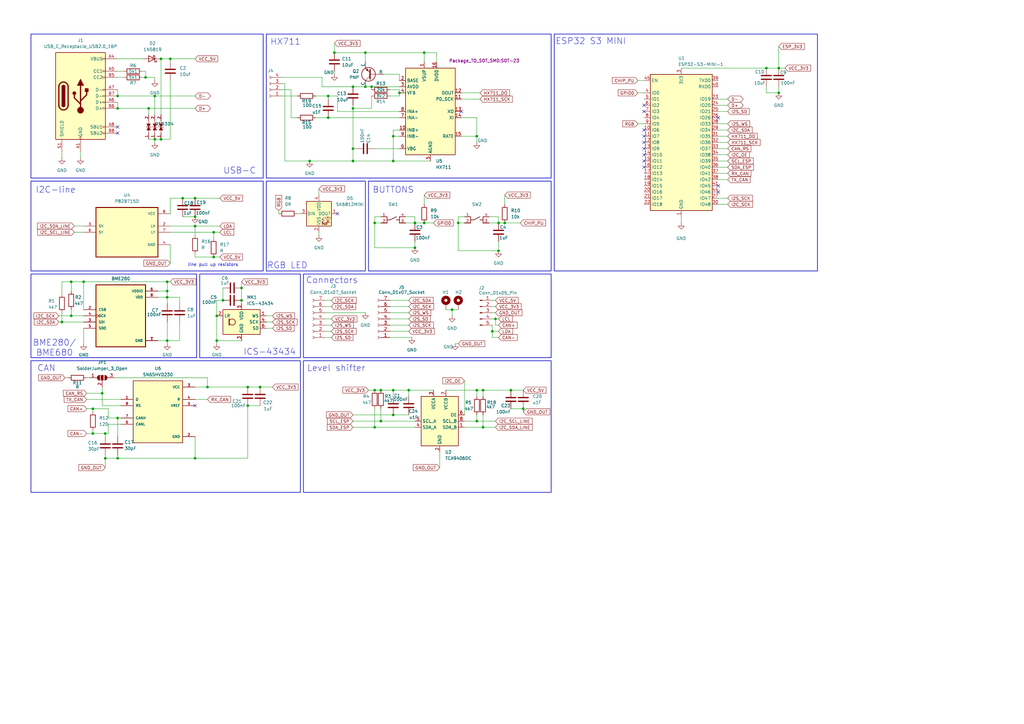
<source format=kicad_sch>
(kicad_sch (version 20231120) (generator "eeschema") (generator_version "8.0")
  (paper "A3")
  (title_block (title "Příloha č.1 Schéma BEE modulu a sondy") (date "2025-28-02") (rev "Lukáš Vágner"))
  (junction (at 170.18 91.44))
  (junction (at 198.12 175.26))
  (junction (at 48.26 187.96))
  (junction (at 163.83 38.1))
  (junction (at 99.06 118.11))
  (junction (at 173.99 21.59))
  (junction (at 60.96 44.45))
  (junction (at 144.78 35.56))
  (junction (at 144.78 60.96))
  (junction (at 68.58 121.92))
  (junction (at 149.86 21.59))
  (junction (at 214.63 167.64))
  (junction (at 185.42 127))
  (junction (at 195.58 55.88))
  (junction (at 34.29 115.57))
  (junction (at 25.4 132.08))
  (junction (at 187.96 91.44))
  (junction (at 134.62 48.26))
  (junction (at 88.9 139.7))
  (junction (at 69.85 24.13))
  (junction (at 156.21 160.02))
  (junction (at 314.325 27.94))
  (junction (at 66.04 57.15))
  (junction (at 99.06 123.19))
  (junction (at 66.04 24.13))
  (junction (at 48.26 39.37))
  (junction (at 87.63 105.41))
  (junction (at 201.93 135.89))
  (junction (at 161.29 66.04))
  (junction (at 43.18 187.96))
  (junction (at 68.58 139.7))
  (junction (at 161.29 160.02))
  (junction (at 85.09 158.75))
  (junction (at 195.58 160.02))
  (junction (at 74.93 81.28))
  (junction (at 127 66.04))
  (junction (at 63.5 57.15))
  (junction (at 161.29 170.18))
  (junction (at 29.21 129.54))
  (junction (at 38.1 167.64))
  (junction (at 203.2 130.81))
  (junction (at 173.99 91.44))
  (junction (at 144.78 44.45))
  (junction (at 153.67 175.26))
  (junction (at 80.01 187.96))
  (junction (at 195.58 172.72))
  (junction (at 209.55 160.02))
  (junction (at 319.405 38.1))
  (junction (at 80.01 92.71))
  (junction (at 152.4 35.56))
  (junction (at 91.44 123.19))
  (junction (at 41.91 161.29))
  (junction (at 80.01 88.9))
  (junction (at 63.5 39.37))
  (junction (at 319.405 27.94))
  (junction (at 59.69 31.75))
  (junction (at 101.6 166.37))
  (junction (at 106.68 158.75))
  (junction (at 48.26 44.45))
  (junction (at 204.47 91.44))
  (junction (at 80.01 81.28))
  (junction (at 207.01 91.44))
  (junction (at 149.86 35.56))
  (junction (at 137.16 21.59))
  (junction (at 156.21 172.72))
  (junction (at 153.67 91.44))
  (junction (at 198.12 160.02))
  (junction (at 48.26 171.45))
  (junction (at 68.58 119.38))
  (junction (at 43.18 177.8))
  (junction (at 101.6 158.75))
  (junction (at 88.9 129.54))
  (junction (at 204.47 102.87))
  (junction (at 144.78 66.04))
  (junction (at 38.1 177.8))
  (junction (at 87.63 95.25))
  (junction (at 29.21 115.57))
  (junction (at 161.29 55.88))
  (junction (at 167.64 160.02))
  (junction (at 134.62 39.37))
  (junction (at 153.67 160.02))
  (junction (at 68.58 115.57))
  (junction (at 170.18 101.6))
  (no_connect (at 189.23 45.72))
  (no_connect (at 264.16 53.34))
  (no_connect (at 48.26 52.07))
  (no_connect (at 138.43 87.63))
  (no_connect (at 294.64 76.2))
  (no_connect (at 264.16 66.04))
  (no_connect (at 264.16 45.72))
  (no_connect (at 294.64 78.74))
  (no_connect (at 264.16 68.58))
  (no_connect (at 294.64 48.26))
  (no_connect (at 80.01 166.37))
  (no_connect (at 264.16 63.5))
  (no_connect (at 264.16 55.88))
  (no_connect (at 264.16 43.18))
  (no_connect (at 48.26 54.61))
  (no_connect (at 264.16 60.96))
  (no_connect (at 264.16 58.42))
  (wire (pts (xy 43.18 187.96) (xy 43.18 191.77)))
  (wire (pts (xy 132.08 31.75) (xy 115.57 31.75)))
  (wire (pts (xy 69.85 33.02) (xy 69.85 57.15)))
  (wire (pts (xy 204.47 133.35) (xy 203.2 133.35)))
  (wire (pts (xy 195.58 170.18) (xy 195.58 172.72)))
  (wire (pts (xy 189.23 48.26) (xy 195.58 48.26)))
  (wire (pts (xy 200.66 88.9) (xy 204.47 88.9)))
  (wire (pts (xy 80.01 104.14) (xy 80.01 105.41)))
  (wire (pts (xy 157.48 30.48) (xy 163.83 30.48)))
  (wire (pts (xy 69.85 57.15) (xy 66.04 57.15)))
  (wire (pts (xy 25.4 64.77) (xy 25.4 62.23)))
  (wire (pts (xy 149.86 25.4) (xy 149.86 21.59)))
  (wire (pts (xy 161.29 55.88) (xy 161.29 53.34)))
  (wire (pts (xy 161.29 53.34) (xy 163.83 53.34)))
  (wire (pts (xy 133.35 135.89) (xy 135.89 135.89)))
  (wire (pts (xy 161.29 66.04) (xy 161.29 55.88)))
  (wire (pts (xy 294.64 43.18) (xy 298.45 43.18)))
  (wire (pts (xy 144.78 60.96) (xy 146.05 60.96)))
  (wire (pts (xy 116.84 34.29) (xy 116.84 66.04)))
  (wire (pts (xy 91.44 123.19) (xy 88.9 123.19)))
  (wire (pts (xy 38.1 167.64) (xy 44.45 167.64)))
  (wire (pts (xy 134.62 39.37) (xy 134.62 40.64)))
  (wire (pts (xy 68.58 124.46) (xy 68.58 121.92)))
  (wire (pts (xy 109.22 134.62) (xy 111.76 134.62)))
  (wire (pts (xy 160.02 128.27) (xy 167.64 128.27)))
  (wire (pts (xy 60.96 44.45) (xy 60.96 46.99)))
  (wire (pts (xy 30.48 92.71) (xy 34.29 92.71)))
  (wire (pts (xy 179.07 25.4) (xy 179.07 21.59)))
  (wire (pts (xy 101.6 158.75) (xy 106.68 158.75)))
  (wire (pts (xy 189.23 38.1) (xy 196.85 38.1)))
  (wire (pts (xy 68.58 139.7) (xy 73.66 139.7)))
  (wire (pts (xy 59.69 29.21) (xy 59.69 31.75)))
  (wire (pts (xy 64.77 119.38) (xy 68.58 119.38)))
  (wire (pts (xy 129.54 39.37) (xy 134.62 39.37)))
  (wire (pts (xy 101.6 166.37) (xy 106.68 166.37)))
  (wire (pts (xy 87.63 105.41) (xy 90.17 105.41)))
  (wire (pts (xy 144.78 172.72) (xy 156.21 172.72)))
  (wire (pts (xy 41.91 158.75) (xy 41.91 161.29)))
  (wire (pts (xy 119.38 36.83) (xy 119.38 48.26)))
  (wire (pts (xy 80.01 163.83) (xy 85.09 163.83)))
  (wire (pts (xy 64.77 139.7) (xy 68.58 139.7)))
  (wire (pts (xy 201.93 133.35) (xy 201.93 135.89)))
  (wire (pts (xy 195.58 48.26) (xy 195.58 55.88)))
  (wire (pts (xy 34.29 134.62) (xy 34.29 140.97)))
  (wire (pts (xy 201.93 135.89) (xy 204.47 135.89)))
  (wire (pts (xy 261.62 50.8) (xy 264.16 50.8)))
  (wire (pts (xy 149.86 35.56) (xy 152.4 35.56)))
  (wire (pts (xy 109.22 129.54) (xy 111.76 129.54)))
  (wire (pts (xy 173.99 21.59) (xy 173.99 25.4)))
  (wire (pts (xy 58.42 29.21) (xy 59.69 29.21)))
  (wire (pts (xy 151.13 160.02) (xy 153.67 160.02)))
  (wire (pts (xy 132.08 35.56) (xy 132.08 31.75)))
  (wire (pts (xy 201.93 130.81) (xy 203.2 130.81)))
  (wire (pts (xy 64.77 121.92) (xy 68.58 121.92)))
  (wire (pts (xy 187.96 88.9) (xy 187.96 91.44)))
  (wire (pts (xy 41.91 166.37) (xy 49.53 166.37)))
  (wire (pts (xy 170.18 91.44) (xy 173.99 91.44)))
  (wire (pts (xy 44.45 173.99) (xy 49.53 173.99)))
  (wire (pts (xy 261.62 38.1) (xy 264.16 38.1)))
  (wire (pts (xy 294.64 66.04) (xy 298.45 66.04)))
  (wire (pts (xy 34.29 127) (xy 34.29 115.57)))
  (wire (pts (xy 153.67 160.02) (xy 156.21 160.02)))
  (wire (pts (xy 69.85 24.13) (xy 80.01 24.13)))
  (wire (pts (xy 48.26 44.45) (xy 60.96 44.45)))
  (wire (pts (xy 198.12 170.18) (xy 198.12 175.26)))
  (wire (pts (xy 133.35 128.27) (xy 149.86 128.27)))
  (wire (pts (xy 101.6 187.96) (xy 101.6 166.37)))
  (wire (pts (xy 34.29 115.57) (xy 68.58 115.57)))
  (wire (pts (xy 80.01 92.71) (xy 80.01 96.52)))
  (wire (pts (xy 294.64 60.96) (xy 298.45 60.96)))
  (wire (pts (xy 163.83 30.48) (xy 163.83 33.02)))
  (wire (pts (xy 127 66.04) (xy 144.78 66.04)))
  (wire (pts (xy 182.88 160.02) (xy 195.58 160.02)))
  (wire (pts (xy 195.58 160.02) (xy 198.12 160.02)))
  (wire (pts (xy 294.64 81.28) (xy 298.45 81.28)))
  (wire (pts (xy 144.78 43.18) (xy 144.78 44.45)))
  (wire (pts (xy 161.29 160.02) (xy 161.29 162.56)))
  (wire (pts (xy 173.99 91.44) (xy 177.8 91.44)))
  (wire (pts (xy 138.43 39.37) (xy 138.43 45.72)))
  (wire (pts (xy 130.81 77.47) (xy 130.81 80.01)))
  (wire (pts (xy 74.93 88.9) (xy 80.01 88.9)))
  (wire (pts (xy 48.26 171.45) (xy 49.53 171.45)))
  (wire (pts (xy 85.09 158.75) (xy 101.6 158.75)))
  (wire (pts (xy 319.405 19.05) (xy 319.405 27.94)))
  (wire (pts (xy 69.85 25.4) (xy 69.85 24.13)))
  (wire (pts (xy 163.83 38.1) (xy 163.83 39.37)))
  (wire (pts (xy 33.02 64.77) (xy 33.02 62.23)))
  (wire (pts (xy 58.42 31.75) (xy 59.69 31.75)))
  (wire (pts (xy 80.01 187.96) (xy 101.6 187.96)))
  (wire (pts (xy 185.42 127) (xy 187.96 127)))
  (wire (pts (xy 187.96 91.44) (xy 190.5 91.44)))
  (wire (pts (xy 319.405 38.1) (xy 319.405 35.56)))
  (wire (pts (xy 48.26 29.21) (xy 50.8 29.21)))
  (wire (pts (xy 68.58 115.57) (xy 68.58 119.38)))
  (wire (pts (xy 144.78 60.96) (xy 144.78 66.04)))
  (wire (pts (xy 152.4 39.37) (xy 152.4 44.45)))
  (wire (pts (xy 91.44 118.11) (xy 91.44 123.19)))
  (wire (pts (xy 190.5 175.26) (xy 198.12 175.26)))
  (wire (pts (xy 43.18 187.96) (xy 48.26 187.96)))
  (wire (pts (xy 80.01 92.71) (xy 90.17 92.71)))
  (wire (pts (xy 80.01 179.07) (xy 80.01 187.96)))
  (wire (pts (xy 160.02 123.19) (xy 167.64 123.19)))
  (wire (pts (xy 167.64 160.02) (xy 177.8 160.02)))
  (wire (pts (xy 156.21 167.64) (xy 156.21 172.72)))
  (wire (pts (xy 99.06 123.19) (xy 99.06 124.46)))
  (wire (pts (xy 63.5 57.15) (xy 63.5 58.42)))
  (wire (pts (xy 195.58 172.72) (xy 203.2 172.72)))
  (wire (pts (xy 119.38 48.26) (xy 121.92 48.26)))
  (wire (pts (xy 68.58 132.08) (xy 68.58 139.7)))
  (wire (pts (xy 49.53 163.83) (xy 35.56 163.83)))
  (wire (pts (xy 160.02 135.89) (xy 167.64 135.89)))
  (wire (pts (xy 167.64 160.02) (xy 167.64 162.56)))
  (wire (pts (xy 294.64 45.72) (xy 298.45 45.72)))
  (wire (pts (xy 152.4 44.45) (xy 144.78 44.45)))
  (wire (pts (xy 166.37 91.44) (xy 170.18 91.44)))
  (wire (pts (xy 88.9 129.54) (xy 88.9 139.7)))
  (wire (pts (xy 153.67 167.64) (xy 153.67 175.26)))
  (wire (pts (xy 109.22 132.08) (xy 111.76 132.08)))
  (wire (pts (xy 160.02 125.73) (xy 167.64 125.73)))
  (wire (pts (xy 133.35 133.35) (xy 135.89 133.35)))
  (wire (pts (xy 294.64 40.64) (xy 298.45 40.64)))
  (wire (pts (xy 201.93 135.89) (xy 201.93 138.43)))
  (wire (pts (xy 294.64 73.66) (xy 298.45 73.66)))
  (wire (pts (xy 29.21 119.38) (xy 29.21 115.57)))
  (wire (pts (xy 63.5 39.37) (xy 80.01 39.37)))
  (wire (pts (xy 44.45 177.8) (xy 44.45 173.99)))
  (wire (pts (xy 261.62 33.02) (xy 264.16 33.02)))
  (wire (pts (xy 144.78 66.04) (xy 161.29 66.04)))
  (wire (pts (xy 144.78 35.56) (xy 132.08 35.56)))
  (wire (pts (xy 319.405 27.94) (xy 321.945 27.94)))
  (wire (pts (xy 161.29 170.18) (xy 144.78 170.18)))
  (wire (pts (xy 182.88 127) (xy 185.42 127)))
  (wire (pts (xy 207.01 80.01) (xy 207.01 83.82)))
  (wire (pts (xy 134.62 39.37) (xy 138.43 39.37)))
  (wire (pts (xy 187.96 140.97) (xy 186.69 140.97)))
  (wire (pts (xy 294.64 71.12) (xy 298.45 71.12)))
  (wire (pts (xy 63.5 31.75) (xy 59.69 31.75)))
  (wire (pts (xy 198.12 175.26) (xy 203.2 175.26)))
  (wire (pts (xy 41.91 161.29) (xy 41.91 166.37)))
  (wire (pts (xy 153.67 101.6) (xy 170.18 101.6)))
  (wire (pts (xy 69.85 100.33) (xy 69.85 107.95)))
  (wire (pts (xy 43.18 177.8) (xy 43.18 179.07)))
  (wire (pts (xy 99.06 118.11) (xy 99.06 123.19)))
  (wire (pts (xy 121.92 87.63) (xy 123.19 87.63)))
  (wire (pts (xy 24.13 129.54) (xy 29.21 129.54)))
  (wire (pts (xy 48.26 171.45) (xy 48.26 179.07)))
  (wire (pts (xy 214.63 167.64) (xy 214.63 168.91)))
  (wire (pts (xy 137.16 17.78) (xy 137.16 21.59)))
  (wire (pts (xy 163.83 36.83) (xy 163.83 38.1)))
  (wire (pts (xy 279.4 88.9) (xy 279.4 91.44)))
  (wire (pts (xy 35.56 167.64) (xy 38.1 167.64)))
  (wire (pts (xy 149.86 21.59) (xy 173.99 21.59)))
  (wire (pts (xy 170.18 99.06) (xy 170.18 101.6)))
  (wire (pts (xy 152.4 35.56) (xy 163.83 35.56)))
  (wire (pts (xy 133.35 125.73) (xy 135.89 125.73)))
  (wire (pts (xy 44.45 167.64) (xy 44.45 171.45)))
  (wire (pts (xy 294.64 53.34) (xy 298.45 53.34)))
  (wire (pts (xy 88.9 139.7) (xy 99.06 139.7)))
  (wire (pts (xy 156.21 88.9) (xy 153.67 88.9)))
  (wire (pts (xy 314.325 38.1) (xy 319.405 38.1)))
  (wire (pts (xy 133.35 130.81) (xy 135.89 130.81)))
  (wire (pts (xy 66.04 24.13) (xy 69.85 24.13)))
  (wire (pts (xy 195.58 55.88) (xy 195.58 58.42)))
  (wire (pts (xy 153.67 88.9) (xy 153.67 91.44)))
  (wire (pts (xy 294.64 68.58) (xy 298.45 68.58)))
  (wire (pts (xy 153.67 91.44) (xy 156.21 91.44)))
  (wire (pts (xy 115.57 39.37) (xy 121.92 39.37)))
  (wire (pts (xy 74.93 81.28) (xy 80.01 81.28)))
  (wire (pts (xy 294.64 58.42) (xy 298.45 58.42)))
  (wire (pts (xy 187.96 102.87) (xy 204.47 102.87)))
  (wire (pts (xy 204.47 88.9) (xy 204.47 91.44)))
  (wire (pts (xy 63.5 57.15) (xy 66.04 57.15)))
  (wire (pts (xy 137.16 21.59) (xy 149.86 21.59)))
  (wire (pts (xy 160.02 130.81) (xy 167.64 130.81)))
  (wire (pts (xy 209.55 160.02) (xy 214.63 160.02)))
  (wire (pts (xy 198.12 160.02) (xy 209.55 160.02)))
  (wire (pts (xy 116.84 66.04) (xy 127 66.04)))
  (wire (pts (xy 26.67 154.94) (xy 27.94 154.94)))
  (wire (pts (xy 73.66 139.7) (xy 73.66 132.08)))
  (wire (pts (xy 161.29 55.88) (xy 163.83 55.88)))
  (wire (pts (xy 68.58 119.38) (xy 68.58 121.92)))
  (wire (pts (xy 160.02 138.43) (xy 168.91 138.43)))
  (wire (pts (xy 203.2 130.81) (xy 203.2 133.35)))
  (wire (pts (xy 187.96 91.44) (xy 187.96 102.87)))
  (wire (pts (xy 60.96 57.15) (xy 63.5 57.15)))
  (wire (pts (xy 204.47 91.44) (xy 207.01 91.44)))
  (wire (pts (xy 138.43 45.72) (xy 163.83 45.72)))
  (wire (pts (xy 80.01 81.28) (xy 90.17 81.28)))
  (wire (pts (xy 195.58 55.88) (xy 189.23 55.88)))
  (wire (pts (xy 190.5 88.9) (xy 187.96 88.9)))
  (wire (pts (xy 48.26 39.37) (xy 63.5 39.37)))
  (wire (pts (xy 73.66 121.92) (xy 73.66 124.46)))
  (wire (pts (xy 69.85 95.25) (xy 87.63 95.25)))
  (wire (pts (xy 69.85 92.71) (xy 80.01 92.71)))
  (wire (pts (xy 25.4 128.27) (xy 25.4 132.08)))
  (wire (pts (xy 144.78 175.26) (xy 153.67 175.26)))
  (wire (pts (xy 209.55 167.64) (xy 214.63 167.64)))
  (wire (pts (xy 63.5 31.75) (xy 63.5 33.02)))
  (wire (pts (xy 25.4 132.08) (xy 34.29 132.08)))
  (wire (pts (xy 38.1 176.53) (xy 38.1 177.8)))
  (wire (pts (xy 166.37 88.9) (xy 170.18 88.9)))
  (wire (pts (xy 173.99 80.01) (xy 173.99 83.82)))
  (wire (pts (xy 43.18 186.69) (xy 43.18 187.96)))
  (wire (pts (xy 48.26 31.75) (xy 50.8 31.75)))
  (wire (pts (xy 133.35 123.19) (xy 135.89 123.19)))
  (wire (pts (xy 137.16 29.21) (xy 137.16 30.48)))
  (wire (pts (xy 24.13 132.08) (xy 25.4 132.08)))
  (wire (pts (xy 161.29 66.04) (xy 176.53 66.04)))
  (wire (pts (xy 156.21 160.02) (xy 161.29 160.02)))
  (wire (pts (xy 85.09 154.94) (xy 46.99 154.94)))
  (wire (pts (xy 68.58 115.57) (xy 69.85 115.57)))
  (wire (pts (xy 153.67 91.44) (xy 153.67 101.6)))
  (wire (pts (xy 185.42 129.54) (xy 185.42 127)))
  (wire (pts (xy 201.93 128.27) (xy 203.2 128.27)))
  (wire (pts (xy 207.01 91.44) (xy 213.36 91.44)))
  (wire (pts (xy 60.96 44.45) (xy 80.01 44.45)))
  (wire (pts (xy 204.47 138.43) (xy 201.93 138.43)))
  (wire (pts (xy 48.26 41.91) (xy 48.26 44.45)))
  (wire (pts (xy 190.5 156.21) (xy 190.5 170.18)))
  (wire (pts (xy 189.23 40.64) (xy 196.85 40.64)))
  (wire (pts (xy 69.85 81.28) (xy 74.93 81.28)))
  (wire (pts (xy 114.3 86.36) (xy 114.3 87.63)))
  (wire (pts (xy 87.63 95.25) (xy 87.63 97.79)))
  (wire (pts (xy 68.58 139.7) (xy 68.58 140.97)))
  (wire (pts (xy 294.64 63.5) (xy 298.45 63.5)))
  (wire (pts (xy 161.29 160.02) (xy 167.64 160.02)))
  (wire (pts (xy 35.56 161.29) (xy 41.91 161.29)))
  (wire (pts (xy 87.63 95.25) (xy 90.17 95.25)))
  (wire (pts (xy 314.325 35.56) (xy 314.325 38.1)))
  (wire (pts (xy 163.83 39.37) (xy 160.02 39.37)))
  (wire (pts (xy 294.64 50.8) (xy 298.45 50.8)))
  (wire (pts (xy 88.9 123.19) (xy 88.9 129.54)))
  (wire (pts (xy 48.26 186.69) (xy 48.26 187.96)))
  (wire (pts (xy 294.64 83.82) (xy 298.45 83.82)))
  (wire (pts (xy 204.47 99.06) (xy 204.47 102.87)))
  (wire (pts (xy 80.01 105.41) (xy 87.63 105.41)))
  (wire (pts (xy 314.325 27.94) (xy 319.405 27.94)))
  (wire (pts (xy 129.54 48.26) (xy 134.62 48.26)))
  (wire (pts (xy 115.57 36.83) (xy 119.38 36.83)))
  (wire (pts (xy 161.29 170.18) (xy 167.64 170.18)))
  (wire (pts (xy 130.81 95.25) (xy 130.81 96.52)))
  (wire (pts (xy 80.01 158.75) (xy 85.09 158.75)))
  (wire (pts (xy 44.45 171.45) (xy 48.26 171.45)))
  (wire (pts (xy 38.1 177.8) (xy 43.18 177.8)))
  (wire (pts (xy 29.21 127) (xy 29.21 129.54)))
  (wire (pts (xy 48.26 36.83) (xy 48.26 39.37)))
  (wire (pts (xy 294.64 55.88) (xy 298.45 55.88)))
  (wire (pts (xy 190.5 172.72) (xy 195.58 172.72)))
  (wire (pts (xy 134.62 48.26) (xy 163.83 48.26)))
  (wire (pts (xy 201.93 125.73) (xy 203.2 125.73)))
  (wire (pts (xy 153.67 60.96) (xy 163.83 60.96)))
  (wire (pts (xy 30.48 95.25) (xy 34.29 95.25)))
  (wire (pts (xy 66.04 24.13) (xy 66.04 46.99)))
  (wire (pts (xy 35.56 154.94) (xy 36.83 154.94)))
  (wire (pts (xy 29.21 115.57) (xy 34.29 115.57)))
  (wire (pts (xy 85.09 158.75) (xy 85.09 154.94)))
  (wire (pts (xy 99.06 115.57) (xy 99.06 118.11)))
  (wire (pts (xy 38.1 167.64) (xy 38.1 168.91)))
  (wire (pts (xy 68.58 121.92) (xy 73.66 121.92)))
  (wire (pts (xy 279.4 27.94) (xy 314.325 27.94)))
  (wire (pts (xy 25.4 115.57) (xy 29.21 115.57)))
  (wire (pts (xy 170.18 88.9) (xy 170.18 91.44)))
  (wire (pts (xy 144.78 35.56) (xy 149.86 35.56)))
  (wire (pts (xy 133.35 138.43) (xy 135.89 138.43)))
  (wire (pts (xy 29.21 129.54) (xy 34.29 129.54)))
  (wire (pts (xy 63.5 39.37) (xy 63.5 46.99)))
  (wire (pts (xy 173.99 21.59) (xy 179.07 21.59)))
  (wire (pts (xy 160.02 36.83) (xy 163.83 36.83)))
  (wire (pts (xy 69.85 81.28) (xy 69.85 87.63)))
  (wire (pts (xy 144.78 44.45) (xy 144.78 60.96)))
  (wire (pts (xy 203.2 130.81) (xy 204.47 130.81)))
  (wire (pts (xy 152.4 35.56) (xy 152.4 36.83)))
  (wire (pts (xy 180.34 185.42) (xy 180.34 191.77)))
  (wire (pts (xy 88.9 140.97) (xy 88.9 139.7)))
  (wire (pts (xy 116.84 34.29) (xy 115.57 34.29)))
  (wire (pts (xy 201.93 123.19) (xy 203.2 123.19)))
  (wire (pts (xy 198.12 160.02) (xy 198.12 162.56)))
  (wire (pts (xy 25.4 120.65) (xy 25.4 115.57)))
  (wire (pts (xy 195.58 160.02) (xy 195.58 162.56)))
  (wire (pts (xy 153.67 175.26) (xy 170.18 175.26)))
  (wire (pts (xy 48.26 187.96) (xy 80.01 187.96)))
  (wire (pts (xy 200.66 91.44) (xy 204.47 91.44)))
  (wire (pts (xy 43.18 177.8) (xy 44.45 177.8)))
  (wire (pts (xy 156.21 172.72) (xy 170.18 172.72)))
  (wire (pts (xy 48.26 24.13) (xy 58.42 24.13)))
  (wire (pts (xy 106.68 158.75) (xy 111.76 158.75)))
  (wire (pts (xy 160.02 133.35) (xy 167.64 133.35)))
  (wire (pts (xy 35.56 177.8) (xy 38.1 177.8)))
  (rectangle (start 81.915 112.395) (end 123.19 146.7143) (stroke (width 0.254)))
  (rectangle (start 12.7 13.97) (end 107.95 73.025) (stroke (width 0.254)))
  (rectangle (start 124.46 112.395) (end 226.06 146.685) (stroke (width 0.254)))
  (rectangle (start 12.7 112.395) (end 80.645 146.685) (stroke (width 0.254)))
  (rectangle (start 109.22 74.295) (end 149.86 111.125) (stroke (width 0.254)))
  (rectangle (start 12.7 74.295) (end 107.95 111.125) (stroke (width 0.254)))
  (rectangle (start 151.13 74.295) (end 226.06 111.125) (stroke (width 0.254)))
  (rectangle (start 227.33 13.97) (end 335.28 111.125) (stroke (width 0.254)))
  (rectangle (start 12.7 147.955) (end 123.19 201.93) (stroke (width 0.254)))
  (rectangle (start 109.22 13.97) (end 226.06 73.025) (stroke (width 0.254)))
  (rectangle (start 124.46 147.955) (end 226.06 201.93) (stroke (width 0.254)))
  (text "RGB LED\n" (at 117.856 108.966 0) (effects (font (size 2.54 2.54))))
  (text "Connectors\n" (at 136.144 115.062 0) (effects (font (size 2.54 2.54))))
  (text "BUTTONS\n" (at 161.29 77.978 0) (effects (font (size 2.54 2.54))))
  (text "I2C-line\n" (at 22.86 77.978 0) (effects (font (size 2.54 2.54))))
  (text "line pull up resistors\n" (at 87.376 108.712 0) (effects (font (size 1.27 1.27))))
  (text "HX711" (at 117.094 17.272 0) (effects (font (size 2.54 2.54))))
  (text "CAN\n" (at 19.05 151.13 0) (effects (font (size 2.54 2.54))))
  (text "ICS-43434\n" (at 110.6185 144.4283 0) (effects (font (size 2.54 2.54))))
  (text "Level shifter\n\n" (at 137.922 153.162 0) (effects (font (size 2.54 2.54))))
  (text "BME280/\nBME680\n" (at 22.352 142.748 0) (effects (font (size 2.54 2.54))))
  (text "ESP32 S3 MINI\n" (at 242.316 17.018 0) (effects (font (size 2.54 2.54))))
  (text "USB-C\n" (at 98.298 70.104 0) (effects (font (size 2.54 2.54))))
  (global_label "D-" (shape bidirectional) (at 80.01 39.37 0) (property "Intersheetrefs" "${INTERSHEET_REFS}" (effects (hide yes))))
  (global_label "CAN_RS" (shape input) (at 298.45 60.96 0) (property "Intersheetrefs" "${INTERSHEET_REFS}" (effects (hide yes))))
  (global_label "VCC_3V3" (shape input) (at 69.85 115.57 0) (property "Intersheetrefs" "${INTERSHEET_REFS}" (effects (hide yes))))
  (global_label "SCL_ESP" (shape input) (at 144.78 172.72 180) (property "Intersheetrefs" "${INTERSHEET_REFS}" (effects (hide yes))))
  (global_label "HX711_SCK" (shape input) (at 196.85 40.64 0) (property "Intersheetrefs" "${INTERSHEET_REFS}" (effects (hide yes))))
  (global_label "GND_OUT" (shape input) (at 187.96 140.97 0) (property "Intersheetrefs" "${INTERSHEET_REFS}" (effects (hide yes))))
  (global_label "I2S_SD" (shape input) (at 111.76 134.62 0) (property "Intersheetrefs" "${INTERSHEET_REFS}" (effects (hide yes))))
  (global_label "CAN-" (shape input) (at 35.56 177.8 180) (property "Intersheetrefs" "${INTERSHEET_REFS}" (effects (hide yes))))
  (global_label "I2C_SCK" (shape input) (at 298.45 83.82 0) (property "Intersheetrefs" "${INTERSHEET_REFS}" (effects (hide yes))))
  (global_label "CAN+" (shape input) (at 35.56 167.64 180) (property "Intersheetrefs" "${INTERSHEET_REFS}" (effects (hide yes))))
  (global_label "VCC_3V3" (shape input) (at 173.99 80.01 0) (property "Intersheetrefs" "${INTERSHEET_REFS}" (effects (hide yes))))
  (global_label "D+" (shape bidirectional) (at 80.01 44.45 0) (property "Intersheetrefs" "${INTERSHEET_REFS}" (effects (hide yes))))
  (global_label "I2S_WS" (shape input) (at 167.64 128.27 0) (property "Intersheetrefs" "${INTERSHEET_REFS}" (effects (hide yes))))
  (global_label "ESP_3V3" (shape input) (at 319.405 19.05 0) (property "Intersheetrefs" "${INTERSHEET_REFS}" (effects (hide yes))))
  (global_label "I2C_SCL_LINE" (shape input) (at 30.48 95.25 180) (property "Intersheetrefs" "${INTERSHEET_REFS}" (effects (hide yes))))
  (global_label "VCC_3V3" (shape input) (at 321.945 27.94 0) (property "Intersheetrefs" "${INTERSHEET_REFS}" (effects (hide yes))))
  (global_label "I2S_SCK" (shape input) (at 167.64 133.35 0) (property "Intersheetrefs" "${INTERSHEET_REFS}" (effects (hide yes))))
  (global_label "VCC_3V3" (shape input) (at 167.64 135.89 0) (property "Intersheetrefs" "${INTERSHEET_REFS}" (effects (hide yes))))
  (global_label "GND_OUT" (shape input) (at 43.18 191.77 180) (property "Intersheetrefs" "${INTERSHEET_REFS}" (effects (hide yes))))
  (global_label "VCC_3V3" (shape input) (at 111.76 158.75 0) (property "Intersheetrefs" "${INTERSHEET_REFS}" (effects (hide yes))))
  (global_label "VCC_3V3" (shape input) (at 203.2 125.73 0) (property "Intersheetrefs" "${INTERSHEET_REFS}" (effects (hide yes))))
  (global_label "I2C_SCK" (shape input) (at 24.13 129.54 180) (property "Intersheetrefs" "${INTERSHEET_REFS}" (effects (hide yes))))
  (global_label "VCC_3V3" (shape input) (at 137.16 17.78 0) (property "Intersheetrefs" "${INTERSHEET_REFS}" (effects (hide yes))))
  (global_label "I2S_WS" (shape input) (at 111.76 129.54 0) (property "Intersheetrefs" "${INTERSHEET_REFS}" (effects (hide yes))))
  (global_label "I2S_SD" (shape input) (at 298.45 45.72 0) (property "Intersheetrefs" "${INTERSHEET_REFS}" (effects (hide yes))))
  (global_label "HX711_DO" (shape input) (at 196.85 38.1 0) (property "Intersheetrefs" "${INTERSHEET_REFS}" (effects (hide yes))))
  (global_label "GND_OUT" (shape input) (at 144.78 170.18 180) (property "Intersheetrefs" "${INTERSHEET_REFS}" (effects (hide yes))))
  (global_label "HX711_DO" (shape input) (at 298.45 55.88 0) (property "Intersheetrefs" "${INTERSHEET_REFS}" (effects (hide yes))))
  (global_label "I2S_WS" (shape input) (at 135.89 133.35 0) (property "Intersheetrefs" "${INTERSHEET_REFS}" (effects (hide yes))))
  (global_label "LCL" (shape input) (at 204.47 130.81 0) (property "Intersheetrefs" "${INTERSHEET_REFS}" (effects (hide yes))))
  (global_label "I2S_SCK" (shape input) (at 298.45 81.28 0) (property "Intersheetrefs" "${INTERSHEET_REFS}" (effects (hide yes))))
  (global_label "RX_CAN" (shape input) (at 298.45 71.12 0) (property "Intersheetrefs" "${INTERSHEET_REFS}" (effects (hide yes))))
  (global_label "RGB" (shape input) (at 261.62 50.8 180) (property "Intersheetrefs" "${INTERSHEET_REFS}" (effects (hide yes))))
  (global_label "VCC_5V" (shape input) (at 90.17 105.41 0) (property "Intersheetrefs" "${INTERSHEET_REFS}" (effects (hide yes))))
  (global_label "CAN_RS" (shape input) (at 35.56 161.29 180) (property "Intersheetrefs" "${INTERSHEET_REFS}" (effects (hide yes))))
  (global_label "I2C_SCK" (shape input) (at 135.89 123.19 0) (property "Intersheetrefs" "${INTERSHEET_REFS}" (effects (hide yes))))
  (global_label "I2C_SCK" (shape input) (at 167.64 125.73 0) (property "Intersheetrefs" "${INTERSHEET_REFS}" (effects (hide yes))))
  (global_label "GND_OUT" (shape input) (at 214.63 168.91 0) (property "Intersheetrefs" "${INTERSHEET_REFS}" (effects (hide yes))))
  (global_label "D-" (shape bidirectional) (at 298.45 40.64 0) (property "Intersheetrefs" "${INTERSHEET_REFS}" (effects (hide yes))))
  (global_label "RGB" (shape input) (at 114.3 86.36 90) (property "Intersheetrefs" "${INTERSHEET_REFS}" (effects (hide yes))))
  (global_label "TX_CAN" (shape input) (at 298.45 73.66 0) (property "Intersheetrefs" "${INTERSHEET_REFS}" (effects (hide yes))))
  (global_label "SCL_ESP" (shape input) (at 298.45 66.04 0) (property "Intersheetrefs" "${INTERSHEET_REFS}" (effects (hide yes))))
  (global_label "VCC_5V" (shape input) (at 214.63 160.02 0) (property "Intersheetrefs" "${INTERSHEET_REFS}" (effects (hide yes))))
  (global_label "I2C_SDA_LINE" (shape input) (at 203.2 175.26 0) (property "Intersheetrefs" "${INTERSHEET_REFS}" (effects (hide yes))))
  (global_label "CAN-" (shape input) (at 204.47 138.43 0) (property "Intersheetrefs" "${INTERSHEET_REFS}" (effects (hide yes))))
  (global_label "VCC_5V" (shape input) (at 80.01 24.13 0) (property "Intersheetrefs" "${INTERSHEET_REFS}" (effects (hide yes))))
  (global_label "SDA_ESP" (shape input) (at 144.78 175.26 180) (property "Intersheetrefs" "${INTERSHEET_REFS}" (effects (hide yes))))
  (global_label "GPIO0" (shape input) (at 177.8 91.44 0) (property "Intersheetrefs" "${INTERSHEET_REFS}" (effects (hide yes))))
  (global_label "I2C_OE" (shape input) (at 190.5 156.21 180) (property "Intersheetrefs" "${INTERSHEET_REFS}" (effects (hide yes))))
  (global_label "I2C_SDA" (shape input) (at 298.45 53.34 0) (property "Intersheetrefs" "${INTERSHEET_REFS}" (effects (hide yes))))
  (global_label "TX_CAN" (shape input) (at 35.56 163.83 180) (property "Intersheetrefs" "${INTERSHEET_REFS}" (effects (hide yes))))
  (global_label "I2C_SDA" (shape input) (at 24.13 132.08 180) (property "Intersheetrefs" "${INTERSHEET_REFS}" (effects (hide yes))))
  (global_label "GND_OUT" (shape input) (at 203.2 128.27 0) (property "Intersheetrefs" "${INTERSHEET_REFS}" (effects (hide yes))))
  (global_label "D+" (shape bidirectional) (at 298.45 43.18 0) (property "Intersheetrefs" "${INTERSHEET_REFS}" (effects (hide yes))))
  (global_label "HX711_SCK" (shape input) (at 298.45 58.42 0) (property "Intersheetrefs" "${INTERSHEET_REFS}" (effects (hide yes))))
  (global_label "VCC_5V" (shape input) (at 203.2 123.19 0) (property "Intersheetrefs" "${INTERSHEET_REFS}" (effects (hide yes))))
  (global_label "CHIP_PU" (shape input) (at 213.36 91.44 0) (property "Intersheetrefs" "${INTERSHEET_REFS}" (effects (hide yes))))
  (global_label "CAN+" (shape input) (at 204.47 133.35 0) (property "Intersheetrefs" "${INTERSHEET_REFS}" (effects (hide yes))))
  (global_label "VCC_3V3" (shape input) (at 135.89 130.81 0) (property "Intersheetrefs" "${INTERSHEET_REFS}" (effects (hide yes))))
  (global_label "LCL" (shape input) (at 90.17 95.25 0) (property "Intersheetrefs" "${INTERSHEET_REFS}" (effects (hide yes))))
  (global_label "VCC_3V3" (shape input) (at 130.81 77.47 0) (property "Intersheetrefs" "${INTERSHEET_REFS}" (effects (hide yes))))
  (global_label "I2S_SCK" (shape input) (at 111.76 132.08 0) (property "Intersheetrefs" "${INTERSHEET_REFS}" (effects (hide yes))))
  (global_label "I2C_SCL_LINE" (shape input) (at 203.2 172.72 0) (property "Intersheetrefs" "${INTERSHEET_REFS}" (effects (hide yes))))
  (global_label "VCC_3V3" (shape input) (at 207.01 80.01 0) (property "Intersheetrefs" "${INTERSHEET_REFS}" (effects (hide yes))))
  (global_label "VCC_5V" (shape input) (at 90.17 81.28 0) (property "Intersheetrefs" "${INTERSHEET_REFS}" (effects (hide yes))))
  (global_label "I2C_SDA" (shape input) (at 167.64 123.19 0) (property "Intersheetrefs" "${INTERSHEET_REFS}" (effects (hide yes))))
  (global_label "I2C_OE" (shape input) (at 298.45 63.5 0) (property "Intersheetrefs" "${INTERSHEET_REFS}" (effects (hide yes))))
  (global_label "LDA" (shape input) (at 90.17 92.71 0) (property "Intersheetrefs" "${INTERSHEET_REFS}" (effects (hide yes))))
  (global_label "I2S_SD" (shape input) (at 135.89 138.43 0) (property "Intersheetrefs" "${INTERSHEET_REFS}" (effects (hide yes))))
  (global_label "VCC_3V3" (shape input) (at 99.06 115.57 0) (property "Intersheetrefs" "${INTERSHEET_REFS}" (effects (hide yes))))
  (global_label "I2S_WS" (shape input) (at 298.45 50.8 0) (property "Intersheetrefs" "${INTERSHEET_REFS}" (effects (hide yes))))
  (global_label "SDA_ESP" (shape input) (at 298.45 68.58 0) (property "Intersheetrefs" "${INTERSHEET_REFS}" (effects (hide yes))))
  (global_label "I2C_SDA" (shape input) (at 135.89 125.73 0) (property "Intersheetrefs" "${INTERSHEET_REFS}" (effects (hide yes))))
  (global_label "GPIO0" (shape input) (at 261.62 38.1 180) (property "Intersheetrefs" "${INTERSHEET_REFS}" (effects (hide yes))))
  (global_label "GND_OUT" (shape input) (at 180.34 191.77 180) (property "Intersheetrefs" "${INTERSHEET_REFS}" (effects (hide yes))))
  (global_label "I2S_SCK" (shape input) (at 135.89 135.89 0) (property "Intersheetrefs" "${INTERSHEET_REFS}" (effects (hide yes))))
  (global_label "RX_CAN" (shape input) (at 85.09 163.83 0) (property "Intersheetrefs" "${INTERSHEET_REFS}" (effects (hide yes))))
  (global_label "LDA" (shape input) (at 204.47 135.89 0) (property "Intersheetrefs" "${INTERSHEET_REFS}" (effects (hide yes))))
  (global_label "GND_OUT" (shape input) (at 69.85 107.95 180) (property "Intersheetrefs" "${INTERSHEET_REFS}" (effects (hide yes))))
  (global_label "GND_OUT" (shape input) (at 26.67 154.94 180) (property "Intersheetrefs" "${INTERSHEET_REFS}" (effects (hide yes))))
  (global_label "I2C_SDA_LINE" (shape input) (at 30.48 92.71 180) (property "Intersheetrefs" "${INTERSHEET_REFS}" (effects (hide yes))))
  (global_label "VCC_3V3" (shape input) (at 151.13 160.02 180) (property "Intersheetrefs" "${INTERSHEET_REFS}" (effects (hide yes))))
  (global_label "CHIP_PU" (shape input) (at 261.62 33.02 180) (property "Intersheetrefs" "${INTERSHEET_REFS}" (effects (hide yes))))
  (global_label "I2S_SD" (shape input) (at 167.64 130.81 0) (property "Intersheetrefs" "${INTERSHEET_REFS}" (effects (hide yes))))
  (symbol (lib_id "Analog_ADC:HX711") (at 176.53 45.72 0) (unit 1)
    (property "Reference" "U5" (at 178.7241 66.04 0) (effects (justify left)))
    (property "Value" "HX711" (at 178.7241 68.58 0) (effects (justify left)))
    (property "Footprint" "Package_SO:SOP-16_3.9x9.9mm_P1.27mm" (effects (hide yes)))
    (property "Datasheet" "https://web.archive.org/web/20220615044707/https://akizukidenshi.com/download/ds/avia/hx711.pdf" (effects (hide yes)))
    (property "Description" "24-Bit Analog-to-Digital Converter (ADC) for Weight Scales" (effects (hide yes)))
  )
  (symbol (lib_id "Device:C") (at 137.16 25.4 0) (unit 1)
    (property "Reference" "C11" (at 140.208 24.13 0) (effects (justify left)))
    (property "Value" "10uF" (at 140.208 26.67 0) (effects (justify left)))
    (property "Footprint" "Capacitor_SMD:C_0603_1608Metric_Pad1.08x0.95mm_HandSolder" (effects (hide yes)))
    (property "Description" "Unpolarized capacitor" (effects (hide yes)))
  )
  (symbol (lib_id "Device:C") (at 95.25 123.19 90) (unit 1)
    (property "Reference" "C5" (at 87.63 121.92 90))
    (property "Value" "100nF" (at 85.852 123.952 90))
    (property "Footprint" "Capacitor_SMD:C_0603_1608Metric_Pad1.08x0.95mm_HandSolder" (effects (hide yes)))
    (property "Description" "Unpolarized capacitor" (effects (hide yes)))
  )
  (symbol (lib_id "Device:R") (at 198.12 166.37 0) (unit 1)
    (property "Reference" "R18" (at 199.644 165.1 0) (effects (justify left)))
    (property "Value" "4k7" (at 199.39 166.878 0) (effects (justify left)))
    (property "Footprint" "Resistor_SMD:R_0603_1608Metric_Pad0.98x0.95mm_HandSolder" (effects (hide yes)))
    (property "Description" "Resistor" (effects (hide yes)))
  )
  (symbol (lib_id "Device:R") (at 125.73 39.37 90) (unit 1)
    (property "Reference" "R19" (at 125.73 41.402 90))
    (property "Value" "100" (at 125.984 43.18 90))
    (property "Footprint" "Resistor_SMD:R_0603_1608Metric_Pad0.98x0.95mm_HandSolder" (effects (hide yes)))
    (property "Description" "Resistor" (effects (hide yes)))
  )
  (symbol (lib_id "Device:R") (at 153.67 163.83 0) (unit 1)
    (property "Reference" "R4" (at 148.844 162.56 0) (effects (justify left)))
    (property "Value" "4k7" (at 148.59 165.1 0) (effects (justify left)))
    (property "Footprint" "Resistor_SMD:R_0603_1608Metric_Pad0.98x0.95mm_HandSolder" (effects (hide yes)))
    (property "Description" "Resistor" (effects (hide yes)))
  )
  (symbol (lib_id "Connector:Conn_01x07_Socket") (at 154.94 130.81 180) (unit 1)
    (property "Reference" "J5" (at 165.862 117.856 0) (effects (justify left)))
    (property "Value" "Conn_01x07_Socket" (at 174.244 119.888 0) (effects (justify left)))
    (property "Footprint" "Connector_PinHeader_1.00mm:PinHeader_1x07_P1.00mm_Vertical_SMD_Pin1Left" (effects (hide yes)))
    (property "Description" "Generic connector, single row, 01x07, script generated" (effects (hide yes)))
  )
  (symbol (lib_id "Device:R") (at 25.4 124.46 0) (unit 1)
    (property "Reference" "R1" (at 19.812 123.444 0) (effects (justify left)))
    (property "Value" "4k7" (at 19.812 125.984 0) (effects (justify left)))
    (property "Footprint" "Resistor_SMD:R_0603_1608Metric_Pad0.98x0.95mm_HandSolder" (effects (hide yes)))
    (property "Description" "Resistor" (effects (hide yes)))
  )
  (symbol (lib_id "power:GND") (at 170.18 101.6 0) (unit 1)
    (property "Reference" "#PWR06" (effects (hide yes)))
    (property "Value" "GND" (at 170.18 106.68 0))
    (property "Description" "Power symbol creates a global label with name \"GND\" , ground" (effects (hide yes)))
  )
  (symbol (lib_id "Device:R") (at 38.1 172.72 0) (unit 1)
    (property "Reference" "R12" (at 40.64 171.4499 0) (effects (justify left)))
    (property "Value" "120" (at 40.64 173.9899 0) (effects (justify left)))
    (property "Footprint" "Resistor_SMD:R_0603_1608Metric_Pad0.98x0.95mm_HandSolder" (effects (hide yes)))
    (property "Description" "Resistor" (effects (hide yes)))
  )
  (symbol (lib_id "power:GND") (at 88.9 140.97 0) (unit 1)
    (property "Reference" "#PWR08" (effects (hide yes)))
    (property "Value" "GND" (at 88.9 145.542 0))
    (property "Description" "Power symbol creates a global label with name \"GND\" , ground" (effects (hide yes)))
  )
  (symbol (lib_id "Device:R") (at 87.63 101.6 0) (unit 1)
    (property "Reference" "R17" (at 90.17 100.3299 0) (effects (justify left)))
    (property "Value" "R" (at 90.17 102.8699 0) (effects (justify left)))
    (property "Footprint" "Resistor_SMD:R_0603_1608Metric_Pad0.98x0.95mm_HandSolder" (effects (hide yes)))
    (property "Description" "Resistor" (effects (hide yes)))
  )
  (symbol (lib_id "Device:R") (at 156.21 39.37 90) (unit 1)
    (property "Reference" "R14" (at 156.21 41.656 90))
    (property "Value" "8k2" (at 156.21 39.37 90))
    (property "Footprint" "Resistor_SMD:R_0603_1608Metric_Pad0.98x0.95mm_HandSolder" (effects (hide yes)))
    (property "Description" "Resistor" (effects (hide yes)))
  )
  (symbol (lib_id "power:GND") (at 63.5 33.02 0) (unit 1)
    (property "Reference" "#PWR03" (effects (hide yes)))
    (property "Value" "GND" (at 63.5 38.1 0))
    (property "Description" "Power symbol creates a global label with name \"GND\" , ground" (effects (hide yes)))
  )
  (symbol (lib_id "Device:C") (at 161.29 166.37 180) (unit 1)
    (property "Reference" "C1" (at 161.544 162.306 0) (effects (justify right)))
    (property "Value" "100nF" (at 161.29 163.83 0) (effects (justify right)))
    (property "Footprint" "Capacitor_SMD:C_0603_1608Metric_Pad1.08x0.95mm_HandSolder" (effects (hide yes)))
    (property "Description" "Unpolarized capacitor" (effects (hide yes)))
  )
  (symbol (lib_id "Device:C") (at 314.325 31.75 0) (unit 1)
    (property "Reference" "C10" (at 309.626 29.464 0) (effects (justify left)))
    (property "Value" "10uf" (at 309.245 34.036 0) (effects (justify left)))
    (property "Footprint" "Capacitor_SMD:C_0603_1608Metric_Pad1.08x0.95mm_HandSolder" (effects (hide yes)))
    (property "Description" "Unpolarized capacitor" (effects (hide yes)))
  )
  (symbol (lib_id "Device:R") (at 156.21 163.83 0) (unit 1)
    (property "Reference" "R3" (at 157.734 162.56 0) (effects (justify left)))
    (property "Value" "4k7" (at 157.48 164.338 0) (effects (justify left)))
    (property "Footprint" "Resistor_SMD:R_0603_1608Metric_Pad0.98x0.95mm_HandSolder" (effects (hide yes)))
    (property "Description" "Resistor" (effects (hide yes)))
  )
  (symbol (lib_id "power:GND") (at 149.86 128.27 0) (unit 1)
    (property "Reference" "#PWR017" (effects (hide yes)))
    (property "Value" "GND" (at 149.86 133.35 0))
    (property "Description" "Power symbol creates a global label with name \"GND\" , ground" (effects (hide yes)))
  )
  (symbol (lib_id "Device:C") (at 95.25 118.11 90) (unit 1)
    (property "Reference" "C6" (at 92.202 114.046 90))
    (property "Value" "1uF" (at 92.202 116.078 90))
    (property "Footprint" "Capacitor_SMD:C_0603_1608Metric_Pad1.08x0.95mm_HandSolder" (effects (hide yes)))
    (property "Description" "Unpolarized capacitor" (effects (hide yes)))
  )
  (symbol (lib_id "Device:C") (at 319.405 31.75 0) (unit 1)
    (property "Reference" "C9" (at 319.913 29.718 0) (effects (justify left)))
    (property "Value" "100nF" (at 320.167 34.036 0) (effects (justify left)))
    (property "Footprint" "Capacitor_SMD:C_0603_1608Metric_Pad1.08x0.95mm_HandSolder" (effects (hide yes)))
    (property "Description" "Unpolarized capacitor" (effects (hide yes)))
  )
  (symbol (lib_id "power:GND") (at 204.47 102.87 0) (unit 1)
    (property "Reference" "#PWR07" (effects (hide yes)))
    (property "Value" "GND" (at 204.47 107.95 0))
    (property "Description" "Power symbol creates a global label with name \"GND\" , ground" (effects (hide yes)))
  )
  (symbol (lib_id "Device:C") (at 170.18 95.25 0) (unit 1)
    (property "Reference" "C3" (at 170.688 93.218 0) (effects (justify left)))
    (property "Value" "100nF" (at 170.434 97.536 0) (effects (justify left)))
    (property "Footprint" "Capacitor_SMD:C_0603_1608Metric_Pad1.08x0.95mm_HandSolder" (effects (hide yes)))
    (property "Description" "Unpolarized capacitor" (effects (hide yes)))
  )
  (symbol (lib_id "power:GND") (at 68.58 140.97 0) (unit 1)
    (property "Reference" "#PWR022" (effects (hide yes)))
    (property "Value" "GND" (at 68.58 145.542 0))
    (property "Description" "Power symbol creates a global label with name \"GND\" , ground" (effects (hide yes)))
  )
  (symbol (lib_id "PTS810_SJM_250_SMTR_LFS:PTS810_SJM_250_SMTR_LFS") (at 161.29 88.9 0) (unit 1)
    (property "Reference" "SW1" (at 161.29 83.82 0))
    (property "Value" "PTS810_SJM_250_SMTR_LFS" (effects (hide yes)))
    (property "Footprint" "PTS810_SJM_250_SMTR_LFS:SW_PTS810_SJM_250_SMTR_LFS" (effects (hide yes)))
    (property "MF" "C&K" (effects (hide yes)))
    (property "Description_1" "\nTactile Switch SPST-NO Top Actuated Surface Mount\n" (effects (hide yes)))
    (property "Package" "None" (effects (hide yes)))
    (property "Price" "None" (effects (hide yes)))
    (property "Check_prices" "https://www.snapeda.com/parts/PTS810SJM250SMTRLFS/C%2526K/view-part/?ref=eda" (effects (hide yes)))
    (property "STANDARD" "Manufacturer Recommendations" (effects (hide yes)))
    (property "SnapEDA_Link" "https://www.snapeda.com/parts/PTS810SJM250SMTRLFS/C%2526K/view-part/?ref=snap" (effects (hide yes)))
    (property "MP" "PTS810SJM250SMTRLFS" (effects (hide yes)))
    (property "Availability" "In Stock" (effects (hide yes)))
    (property "MANUFACTURER" "CnK" (effects (hide yes)))
  )
  (symbol (lib_id "power:GND") (at 195.58 58.42 0) (mirror y) (unit 1)
    (property "Reference" "#PWR013" (effects (hide yes)))
    (property "Value" "GND" (at 197.866 57.658 0))
    (property "Description" "Power symbol creates a global label with name \"GND\" , ground" (effects (hide yes)))
  )
  (symbol (lib_id "Device:C") (at 48.26 182.88 0) (unit 1)
    (property "Reference" "C17" (at 51.054 181.356 0) (effects (justify left)))
    (property "Value" "30pF" (at 51.054 183.896 0) (effects (justify left)))
    (property "Footprint" "Capacitor_SMD:C_0603_1608Metric_Pad1.08x0.95mm_HandSolder" (effects (hide yes)))
    (property "Description" "Unpolarized capacitor" (effects (hide yes)))
  )
  (symbol (lib_id "power:GND") (at 34.29 140.97 0) (unit 1)
    (property "Reference" "#PWR021" (effects (hide yes)))
    (property "Value" "GND" (at 34.29 145.542 0))
    (property "Description" "Power symbol creates a global label with name \"GND\" , ground" (effects (hide yes)))
  )
  (symbol (lib_id "Connector:Conn_01x04_Socket") (at 110.49 36.83 180) (unit 1)
    (property "Reference" "J4" (at 110.998 28.956 0))
    (property "Value" "Conn_01x04_Socket" (effects (hide yes)))
    (property "Footprint" "Connector_PinHeader_2.54mm:PinHeader_1x04_P2.54mm_Vertical" (effects (hide yes)))
    (property "Description" "Generic connector, single row, 01x04, script generated" (effects (hide yes)))
  )
  (symbol (lib_id "power:GND") (at 25.4 64.77 0) (unit 1)
    (property "Reference" "#PWR01" (effects (hide yes)))
    (property "Value" "GND" (at 25.4 69.85 0))
    (property "Description" "Power symbol creates a global label with name \"GND\" , ground" (effects (hide yes)))
  )
  (symbol (lib_id "LESD5D5.0CT1G:LESD5D5.0CT1G") (at 63.5 52.07 90) (unit 1)
    (property "Reference" "D3" (at 66.04 50.7999 90) (effects (justify right)))
    (property "Value" "LESD5D5.0CT1G" (effects (hide yes)))
    (property "Footprint" "LESD5D5.0CT1G:TVS_LESD5D5.0CT1G" (effects (hide yes)))
    (property "MF" "Leshan Radio Co." (effects (hide yes)))
    (property "MAXIMUM_PACKAGE_HEIGHT" "0.7 mm" (effects (hide yes)))
    (property "Package" "None" (effects (hide yes)))
    (property "Price" "None" (effects (hide yes)))
    (property "Check_prices" "https://www.snapeda.com/parts/LESD5D5.0CT1G/Leshan+Radio+Co./view-part/?ref=eda" (effects (hide yes)))
    (property "STANDARD" "Manufacturer Recommendations" (effects (hide yes)))
    (property "PARTREV" "O" (effects (hide yes)))
    (property "SnapEDA_Link" "https://www.snapeda.com/parts/LESD5D5.0CT1G/Leshan+Radio+Co./view-part/?ref=snap" (effects (hide yes)))
    (property "MP" "LESD5D5.0CT1G" (effects (hide yes)))
    (property "Description_1" "\nTransient Voltage Suppressors for ESD Protection\n" (effects (hide yes)))
    (property "Availability" "In Stock" (effects (hide yes)))
    (property "MANUFACTURER" "LRC" (effects (hide yes)))
  )
  (symbol (lib_id "Device:R") (at 173.99 87.63 0) (unit 1)
    (property "Reference" "R9" (at 176.53 86.3599 0) (effects (justify left)))
    (property "Value" "10k" (at 176.53 88.8999 0) (effects (justify left)))
    (property "Footprint" "Resistor_SMD:R_0603_1608Metric_Pad0.98x0.95mm_HandSolder" (effects (hide yes)))
    (property "Description" "Resistor" (effects (hide yes)))
  )
  (symbol (lib_id "power:GND") (at 185.42 129.54 0) (unit 1)
    (property "Reference" "#PWR020" (effects (hide yes)))
    (property "Value" "GND" (at 185.42 134.62 0))
    (property "Description" "Power symbol creates a global label with name \"GND\" , ground" (effects (hide yes)))
  )
  (symbol (lib_id "Diode:1N5819") (at 62.23 24.13 180) (unit 1)
    (property "Reference" "D2" (at 62.5475 17.78 0))
    (property "Value" "1N5819" (at 62.5475 20.32 0))
    (property "Footprint" "Diode_SMD:Nexperia_CFP3_SOD-123W" (effects (hide yes)))
    (property "Datasheet" "http://www.vishay.com/docs/88525/1n5817.pdf" (effects (hide yes)))
    (property "Description" "40V 1A Schottky Barrier Rectifier Diode, DO-41" (effects (hide yes)))
  )
  (symbol (lib_id "SN65HVD230:SN65HVD230") (at 64.77 168.91 0) (unit 1)
    (property "Reference" "U6" (at 64.77 151.13 0))
    (property "Value" "SN65HVD230" (at 64.77 153.67 0))
    (property "Footprint" "SN65HVD230:SOIC127P599X175-8N" (effects (hide yes)))
    (property "MF" "Texas Instruments" (effects (hide yes)))
    (property "MAXIMUM_PACKAGE_HEIGHT" "1.75 mm" (effects (hide yes)))
    (property "Package" "SOIC-8 Texas Instruments" (effects (hide yes)))
    (property "Price" "None" (effects (hide yes)))
    (property "Check_prices" "https://www.snapeda.com/parts/SN65HVD230/Texas+Instruments/view-part/?ref=eda" (effects (hide yes)))
    (property "STANDARD" "IPC 7351B" (effects (hide yes)))
    (property "PARTREV" "02/2019" (effects (hide yes)))
    (property "SnapEDA_Link" "https://www.snapeda.com/parts/SN65HVD230/Texas+Instruments/view-part/?ref=snap" (effects (hide yes)))
    (property "MP" "SN65HVD230" (effects (hide yes)))
    (property "Description_1" "\n1/1 Transceiver Half CANbus 8-SOIC\n" (effects (hide yes)))
    (property "Availability" "In Stock" (effects (hide yes)))
    (property "MANUFACTURER" "Texas Instruments" (effects (hide yes)))
  )
  (symbol (lib_id "Mechanical:MountingHole_Pad") (at 182.88 124.46 0) (unit 1) (exclude_from_sim yes) (in_bom no)
    (property "Reference" "H1" (at 181.356 119.888 0) (effects (justify left)))
    (property "Value" "MountingHole_Pad_MP" (effects (hide yes)))
    (property "Footprint" "MountingHole:MountingHole_2.2mm_M2_Pad_Via" (effects (hide yes)))
    (property "Description" "Mounting Hole with connection" (effects (hide yes)))
  )
  (symbol (lib_id "Device:C") (at 214.63 163.83 0) (unit 1)
    (property "Reference" "C20" (at 218.44 162.5599 0) (effects (justify left)))
    (property "Value" "u1F" (at 218.44 165.0999 0) (effects (justify left)))
    (property "Footprint" "Capacitor_SMD:C_0603_1608Metric_Pad1.08x0.95mm_HandSolder" (effects (hide yes)))
    (property "Description" "Unpolarized capacitor" (effects (hide yes)))
  )
  (symbol (lib_id "Device:C") (at 134.62 44.45 0) (unit 1)
    (property "Reference" "C15" (at 128.016 43.434 0) (effects (justify left)))
    (property "Value" "u1F" (at 128.016 45.974 0) (effects (justify left)))
    (property "Footprint" "Capacitor_SMD:C_0603_1608Metric_Pad1.08x0.95mm_HandSolder" (effects (hide yes)))
    (property "Description" "Unpolarized capacitor" (effects (hide yes)))
  )
  (symbol (lib_id "Device:R") (at 54.61 29.21 90) (unit 1)
    (property "Reference" "R6" (at 54.61 26.924 90))
    (property "Value" "5k1" (at 54.61 29.21 90))
    (property "Footprint" "Resistor_SMD:R_0603_1608Metric_Pad0.98x0.95mm_HandSolder" (effects (hide yes)))
    (property "Description" "Resistor" (effects (hide yes)))
  )
  (symbol (lib_id "Device:R") (at 156.21 36.83 90) (unit 1)
    (property "Reference" "R13" (at 156.21 34.29 90))
    (property "Value" "20k" (at 156.21 36.83 90))
    (property "Footprint" "Resistor_SMD:R_0603_1608Metric_Pad0.98x0.95mm_HandSolder" (effects (hide yes)))
    (property "Description" "Resistor" (effects (hide yes)))
  )
  (symbol (lib_id "Device:C") (at 74.93 85.09 0) (unit 1)
    (property "Reference" "C18" (at 75.438 83.312 0) (effects (justify left)))
    (property "Value" "1uf" (at 75.184 87.376 0) (effects (justify left)))
    (property "Footprint" "Capacitor_SMD:C_0603_1608Metric_Pad1.08x0.95mm_HandSolder" (effects (hide yes)))
    (property "Description" "Unpolarized capacitor" (effects (hide yes)))
  )
  (symbol (lib_id "PTS810_SJM_250_SMTR_LFS:PTS810_SJM_250_SMTR_LFS") (at 195.58 88.9 0) (unit 1)
    (property "Reference" "SW2" (at 195.58 83.82 0))
    (property "Value" "PTS810_SJM_250_SMTR_LFS" (effects (hide yes)))
    (property "Footprint" "PTS810_SJM_250_SMTR_LFS:SW_PTS810_SJM_250_SMTR_LFS" (effects (hide yes)))
    (property "MF" "C&K" (effects (hide yes)))
    (property "Description_1" "\nTactile Switch SPST-NO Top Actuated Surface Mount\n" (effects (hide yes)))
    (property "Package" "None" (effects (hide yes)))
    (property "Price" "None" (effects (hide yes)))
    (property "Check_prices" "https://www.snapeda.com/parts/PTS810SJM250SMTRLFS/C%2526K/view-part/?ref=eda" (effects (hide yes)))
    (property "STANDARD" "Manufacturer Recommendations" (effects (hide yes)))
    (property "SnapEDA_Link" "https://www.snapeda.com/parts/PTS810SJM250SMTRLFS/C%2526K/view-part/?ref=snap" (effects (hide yes)))
    (property "MP" "PTS810SJM250SMTRLFS" (effects (hide yes)))
    (property "Availability" "In Stock" (effects (hide yes)))
    (property "MANUFACTURER" "CnK" (effects (hide yes)))
  )
  (symbol (lib_id "power:GND") (at 63.5 58.42 0) (unit 1)
    (property "Reference" "#PWR04" (effects (hide yes)))
    (property "Value" "GND" (at 63.5 63.5 0))
    (property "Description" "Power symbol creates a global label with name \"GND\" , ground" (effects (hide yes)))
  )
  (symbol (lib_id "power:GND") (at 137.16 30.48 0) (unit 1)
    (property "Reference" "#PWR012" (effects (hide yes)))
    (property "Value" "GND" (at 134.874 29.718 0))
    (property "Description" "Power symbol creates a global label with name \"GND\" , ground" (effects (hide yes)))
  )
  (symbol (lib_id "Device:R") (at 29.21 123.19 0) (unit 1)
    (property "Reference" "R2" (at 30.734 121.92 0) (effects (justify left)))
    (property "Value" "4k7" (at 30.48 124.46 0) (effects (justify left)))
    (property "Footprint" "Resistor_SMD:R_0603_1608Metric_Pad0.98x0.95mm_HandSolder" (effects (hide yes)))
    (property "Description" "Resistor" (effects (hide yes)))
  )
  (symbol (lib_id "P82B715D:P82B715D") (at 52.07 95.25 0) (unit 1)
    (property "Reference" "U4" (at 52.07 80.01 0))
    (property "Value" "P82B715D" (at 52.07 82.55 0))
    (property "Footprint" "P82B715D:SOIC127P599X175-8N" (effects (hide yes)))
    (property "MF" "Texas Instruments" (effects (hide yes)))
    (property "Description_1" "\n2-bit bidirectional 3- to 12-V 400-kHz I2C/SMBus buffer/cable extender\n" (effects (hide yes)))
    (property "Package" "SOIC-8 Texas Instruments" (effects (hide yes)))
    (property "Price" "None" (effects (hide yes)))
    (property "SnapEDA_Link" "https://www.snapeda.com/parts/P82B715D/Texas+Instruments/view-part/?ref=snap" (effects (hide yes)))
    (property "MP" "P82B715D" (effects (hide yes)))
    (property "Purchase-URL" "https://www.snapeda.com/api/url_track_click_mouser/?unipart_id=446434&manufacturer=Texas Instruments&part_name=P82B715D&search_term=p82b715" (effects (hide yes)))
    (property "Availability" "In Stock" (effects (hide yes)))
    (property "Check_prices" "https://www.snapeda.com/parts/P82B715D/Texas+Instruments/view-part/?ref=eda" (effects (hide yes)))
  )
  (symbol (lib_id "Mechanical:MountingHole_Pad") (at 187.96 124.46 0) (unit 1) (exclude_from_sim yes) (in_bom no)
    (property "Reference" "H2" (at 186.69 119.888 0) (effects (justify left)))
    (property "Value" "MountingHole_Pad_MP" (effects (hide yes)))
    (property "Footprint" "MountingHole:MountingHole_2.2mm_M2_Pad_Via" (effects (hide yes)))
    (property "Description" "Mounting Hole with connection" (effects (hide yes)))
  )
  (symbol (lib_id "Device:C") (at 73.66 128.27 0) (unit 1)
    (property "Reference" "C8" (at 76.708 127 0) (effects (justify left)))
    (property "Value" "1uF" (at 76.708 129.54 0) (effects (justify left)))
    (property "Footprint" "Capacitor_SMD:C_0603_1608Metric_Pad1.08x0.95mm_HandSolder" (effects (hide yes)))
    (property "Description" "Unpolarized capacitor" (effects (hide yes)))
  )
  (symbol (lib_id "Device:C") (at 68.58 128.27 0) (unit 1)
    (property "Reference" "C7" (at 62.23 127.254 0) (effects (justify left)))
    (property "Value" "100nF" (at 60.198 129.032 0) (effects (justify left)))
    (property "Footprint" "Capacitor_SMD:C_0603_1608Metric_Pad1.08x0.95mm_HandSolder" (effects (hide yes)))
    (property "Description" "Unpolarized capacitor" (effects (hide yes)))
  )
  (symbol (lib_id "Interface:TCA9406DC") (at 180.34 172.72 0) (unit 1)
    (property "Reference" "U2" (at 182.5341 185.42 0) (effects (justify left)))
    (property "Value" "TCA9406DC" (at 182.5341 187.96 0) (effects (justify left)))
    (property "Footprint" "TCA9406DCUR:SOP50P310X90-8N" (effects (hide yes)))
    (property "Datasheet" "www.ti.com/lit/ds/symlink/tca9406.pdf" (effects (hide yes)))
    (property "Description" "2-Bit Bidirectional 1-MHz, I2C Bus and SMBus Voltage-Level Translator With 8-kV HBM ESD" (effects (hide yes)))
  )
  (symbol (lib_id "Connector:Conn_01x05_Pin") (at 196.85 128.27 0) (unit 1)
    (property "Reference" "J2" (at 197.485 118.11 0))
    (property "Value" "Conn_01x05_Pin" (at 204.216 120.142 0))
    (property "Footprint" "TerminalBlock_Phoenix:TerminalBlock_Phoenix_MPT-0,5-5-2.54_1x05_P2.54mm_Horizontal" (effects (hide yes)))
    (property "Description" "Generic connector, single row, 01x05, script generated" (effects (hide yes)))
  )
  (symbol (lib_id "BME280:BME280") (at 49.53 129.54 0) (unit 1)
    (property "Reference" "U7" (effects (hide yes)))
    (property "Value" "BME280" (at 49.53 114.3 0))
    (property "Footprint" "BME280:PSON65P250X250X100-8N" (effects (hide yes)))
    (property "MF" "Bosch" (effects (hide yes)))
    (property "DESCRIPTION" "Integrated pressure, humidity and temperature sensor; 8-pin 2.5x2.5x0.93mm LGA" (effects (hide yes)))
    (property "PACKAGE" "LGA-8 Bosch" (effects (hide yes)))
    (property "PRICE" "4.94 USD" (effects (hide yes)))
    (property "Package" "LGA-8 Bosch" (effects (hide yes)))
    (property "Check_prices" "https://www.snapeda.com/parts/BME280/Bosch+Sensortec/view-part/?ref=eda" (effects (hide yes)))
    (property "STANDARD" "IPC-7351B" (effects (hide yes)))
    (property "SnapEDA_Link" "https://www.snapeda.com/parts/BME280/Bosch+Sensortec/view-part/?ref=snap" (effects (hide yes)))
    (property "MP" "BME280" (effects (hide yes)))
    (property "Purchase-URL" "https://www.snapeda.com/api/url_track_click_mouser/?unipart_id=49769&manufacturer=Bosch&part_name=BME280&search_term=None" (effects (hide yes)))
    (property "Price" "None" (effects (hide yes)))
    (property "Availability" "In Stock" (effects (hide yes)))
    (property "AVAILABILITY" "Good" (effects (hide yes)))
    (property "Description_1" "\nBoard Mount Humidity Sensors MEMS humidity, pressure and temperature sensor\n" (effects (hide yes)))
  )
  (symbol (lib_id "power:GND") (at 33.02 64.77 0) (unit 1)
    (property "Reference" "#PWR02" (effects (hide yes)))
    (property "Value" "GND" (at 33.02 69.85 0))
    (property "Description" "Power symbol creates a global label with name \"GND\" , ground" (effects (hide yes)))
  )
  (symbol (lib_id "power:GND") (at 279.4 91.44 0) (unit 1)
    (property "Reference" "#PWR011" (effects (hide yes)))
    (property "Value" "GND" (at 279.4 97.79 0))
    (property "Description" "Power symbol creates a global label with name \"GND\" , ground" (effects (hide yes)))
  )
  (symbol (lib_id "power:GND") (at 127 66.04 0) (mirror y) (unit 1)
    (property "Reference" "#PWR09" (effects (hide yes)))
    (property "Value" "GND" (at 127 71.12 0))
    (property "Description" "Power symbol creates a global label with name \"GND\" , ground" (effects (hide yes)))
  )
  (symbol (lib_id "Device:C") (at 204.47 95.25 0) (unit 1)
    (property "Reference" "C4" (at 204.978 93.218 0) (effects (justify left)))
    (property "Value" "1uF" (at 204.724 97.536 0) (effects (justify left)))
    (property "Footprint" "Capacitor_SMD:C_0603_1608Metric_Pad1.08x0.95mm_HandSolder" (effects (hide yes)))
    (property "Description" "Unpolarized capacitor" (effects (hide yes)))
  )
  (symbol (lib_id "Device:C") (at 149.86 60.96 270) (unit 1)
    (property "Reference" "C14" (at 151.13 54.864 0) (effects (justify left)))
    (property "Value" "100nF" (at 148.59 52.578 0) (effects (justify left)))
    (property "Footprint" "Capacitor_SMD:C_0603_1608Metric_Pad1.08x0.95mm_HandSolder" (effects (hide yes)))
    (property "Description" "Unpolarized capacitor" (effects (hide yes)))
  )
  (symbol (lib_id "Device:C") (at 43.18 182.88 0) (unit 1)
    (property "Reference" "C16" (at 36.068 181.61 0) (effects (justify left)))
    (property "Value" "30pF" (at 36.068 184.15 0) (effects (justify left)))
    (property "Footprint" "Capacitor_SMD:C_0603_1608Metric_Pad1.08x0.95mm_HandSolder" (effects (hide yes)))
    (property "Description" "Unpolarized capacitor" (effects (hide yes)))
  )
  (symbol (lib_id "Device:R") (at 31.75 154.94 90) (unit 1)
    (property "Reference" "R11" (at 31.75 156.972 90))
    (property "Value" "R" (at 31.75 158.75 90))
    (property "Footprint" "Resistor_SMD:R_0603_1608Metric_Pad0.98x0.95mm_HandSolder" (effects (hide yes)))
    (property "Description" "Resistor" (effects (hide yes)))
  )
  (symbol (lib_id "Simulation_SPICE:PNP") (at 152.4 30.48 180) (unit 1)
    (property "Reference" "Q2" (at 147.32 29.2099 0) (effects (justify left)))
    (property "Value" "PNP" (at 147.32 31.7499 0) (effects (justify left)))
    (property "Footprint" "Package_TO_SOT_SMD:SOT-23" (at 198.628 24.892 0))
    (property "Datasheet" "https://ngspice.sourceforge.io/docs/ngspice-html-manual/manual.xhtml#cha_BJTs" (effects (hide yes)))
    (property "Description" "Bipolar transistor symbol for simulation only, substrate tied to the emitter" (effects (hide yes)))
    (property "Sim.Device" "PNP" (effects (hide yes)))
    (property "Sim.Type" "GUMMELPOON" (effects (hide yes)))
    (property "Sim.Pins" "1=C 2=B 3=E" (effects (hide yes)))
  )
  (symbol (lib_id "Connector:USB_C_Receptacle_USB2.0_16P") (at 33.02 39.37 0) (unit 1)
    (property "Reference" "J1" (at 33.02 16.51 0))
    (property "Value" "USB_C_Receptacle_USB2.0_16P" (at 33.02 19.05 0))
    (property "Footprint" "Connector_USB:USB_C_Receptacle_GCT_USB4105-xx-A_16P_TopMnt_Horizontal" (effects (hide yes)))
    (property "Datasheet" "https://www.usb.org/sites/default/files/documents/usb_type-c.zip" (effects (hide yes)))
    (property "Description" "USB 2.0-only 16P Type-C Receptacle connector" (effects (hide yes)))
  )
  (symbol (lib_id "power:GND") (at 319.405 38.1 0) (unit 1)
    (property "Reference" "#PWR014" (effects (hide yes)))
    (property "Value" "GND" (at 319.405 43.18 0))
    (property "Description" "Power symbol creates a global label with name \"GND\" , ground" (effects (hide yes)))
  )
  (symbol (lib_id "power:GND") (at 168.91 138.43 0) (unit 1)
    (property "Reference" "#PWR018" (effects (hide yes)))
    (property "Value" "GND" (at 168.91 143.51 0))
    (property "Description" "Power symbol creates a global label with name \"GND\" , ground" (effects (hide yes)))
  )
  (symbol (lib_id "Device:C") (at 209.55 163.83 180) (unit 1)
    (property "Reference" "C23" (at 205.486 166.37 0) (effects (justify right)))
    (property "Value" "100nF" (at 203.454 168.91 0) (effects (justify right)))
    (property "Footprint" "Capacitor_SMD:C_0603_1608Metric_Pad1.08x0.95mm_HandSolder" (effects (hide yes)))
    (property "Description" "Unpolarized capacitor" (effects (hide yes)))
  )
  (symbol (lib_id "Device:R") (at 195.58 166.37 0) (unit 1)
    (property "Reference" "R5" (at 190.754 165.1 0) (effects (justify left)))
    (property "Value" "4k7" (at 190.5 167.64 0) (effects (justify left)))
    (property "Footprint" "Resistor_SMD:R_0603_1608Metric_Pad0.98x0.95mm_HandSolder" (effects (hide yes)))
    (property "Description" "Resistor" (effects (hide yes)))
  )
  (symbol (lib_id "LESD5D5.0CT1G:LESD5D5.0CT1G") (at 66.04 52.07 90) (unit 1)
    (property "Reference" "D4" (at 68.58 50.7999 90) (effects (justify right)))
    (property "Value" "LESD5D5.0CT1G" (effects (hide yes)))
    (property "Footprint" "LESD5D5.0CT1G:TVS_LESD5D5.0CT1G" (effects (hide yes)))
    (property "MF" "Leshan Radio Co." (effects (hide yes)))
    (property "MAXIMUM_PACKAGE_HEIGHT" "0.7 mm" (effects (hide yes)))
    (property "Package" "None" (effects (hide yes)))
    (property "Price" "None" (effects (hide yes)))
    (property "Check_prices" "https://www.snapeda.com/parts/LESD5D5.0CT1G/Leshan+Radio+Co./view-part/?ref=eda" (effects (hide yes)))
    (property "STANDARD" "Manufacturer Recommendations" (effects (hide yes)))
    (property "PARTREV" "O" (effects (hide yes)))
    (property "SnapEDA_Link" "https://www.snapeda.com/parts/LESD5D5.0CT1G/Leshan+Radio+Co./view-part/?ref=snap" (effects (hide yes)))
    (property "MP" "LESD5D5.0CT1G" (effects (hide yes)))
    (property "Description_1" "\nTransient Voltage Suppressors for ESD Protection\n" (effects (hide yes)))
    (property "Availability" "In Stock" (effects (hide yes)))
    (property "MANUFACTURER" "LRC" (effects (hide yes)))
  )
  (symbol (lib_id "Sensor_Audio:ICS-43434") (at 99.06 132.08 0) (unit 1)
    (property "Reference" "MK1" (at 101.2541 121.92 0) (effects (justify left)))
    (property "Value" "ICS-43434" (at 101.2541 124.46 0) (effects (justify left)))
    (property "Footprint" "Sensor_Audio:InvenSense_ICS-43434-6_3.5x2.65mm" (effects (hide yes)))
    (property "Datasheet" "https://www.invensense.com/wp-content/uploads/2016/02/DS-000069-ICS-43434-v1.2.pdf" (effects (hide yes)))
    (property "Description" "TDK InvenSense MEMS Microphone, 24-bit I2S, 65 dBA SNR, LGA-6" (effects (hide yes)))
  )
  (symbol (lib_id "power:GND") (at 80.01 88.9 0) (mirror y) (unit 1)
    (property "Reference" "#PWR019" (effects (hide yes)))
    (property "Value" "GND" (at 83.312 90.932 0))
    (property "Description" "Power symbol creates a global label with name \"GND\" , ground" (effects (hide yes)))
  )
  (symbol (lib_id "LESD5D5.0CT1G:LESD5D5.0CT1G") (at 60.96 52.07 90) (unit 1)
    (property "Reference" "D1" (at 63.5 50.7999 90) (effects (justify right)))
    (property "Value" "LESD5D5.0CT1G" (effects (hide yes)))
    (property "Footprint" "LESD5D5.0CT1G:TVS_LESD5D5.0CT1G" (effects (hide yes)))
    (property "MF" "Leshan Radio Co." (effects (hide yes)))
    (property "MAXIMUM_PACKAGE_HEIGHT" "0.7 mm" (effects (hide yes)))
    (property "Package" "None" (effects (hide yes)))
    (property "Price" "None" (effects (hide yes)))
    (property "Check_prices" "https://www.snapeda.com/parts/LESD5D5.0CT1G/Leshan+Radio+Co./view-part/?ref=eda" (effects (hide yes)))
    (property "STANDARD" "Manufacturer Recommendations" (effects (hide yes)))
    (property "PARTREV" "O" (effects (hide yes)))
    (property "SnapEDA_Link" "https://www.snapeda.com/parts/LESD5D5.0CT1G/Leshan+Radio+Co./view-part/?ref=snap" (effects (hide yes)))
    (property "MP" "LESD5D5.0CT1G" (effects (hide yes)))
    (property "Description_1" "\nTransient Voltage Suppressors for ESD Protection\n" (effects (hide yes)))
    (property "Availability" "In Stock" (effects (hide yes)))
    (property "MANUFACTURER" "LRC" (effects (hide yes)))
  )
  (symbol (lib_id "Connector:Conn_01x07_Socket") (at 128.27 130.81 180) (unit 1)
    (property "Reference" "J3" (at 136.652 117.348 0))
    (property "Value" "Conn_01x07_Socket" (at 136.652 119.888 0))
    (property "Footprint" "Connector_PinSocket_2.54mm:PinSocket_1x07_P2.54mm_Vertical" (effects (hide yes)))
    (property "Description" "Generic connector, single row, 01x07, script generated" (effects (hide yes)))
  )
  (symbol (lib_id "power:GND") (at 186.69 140.97 0) (unit 1)
    (property "Reference" "#PWR016" (effects (hide yes)))
    (property "Value" "GND" (at 183.896 142.24 0))
    (property "Description" "Power symbol creates a global label with name \"GND\" , ground" (effects (hide yes)))
  )
  (symbol (lib_id "Device:R") (at 54.61 31.75 90) (unit 1)
    (property "Reference" "R7" (at 54.61 34.036 90))
    (property "Value" "5k1" (at 54.61 31.75 90))
    (property "Footprint" "Resistor_SMD:R_0603_1608Metric_Pad0.98x0.95mm_HandSolder" (effects (hide yes)))
    (property "Description" "Resistor" (effects (hide yes)))
  )
  (symbol (lib_id "power:GND") (at 130.81 96.52 0) (unit 1)
    (property "Reference" "#PWR05" (effects (hide yes)))
    (property "Value" "GND" (at 130.81 101.6 0))
    (property "Description" "Power symbol creates a global label with name \"GND\" , ground" (effects (hide yes)))
  )
  (symbol (lib_id "Device:R") (at 207.01 87.63 0) (unit 1)
    (property "Reference" "R10" (at 209.55 86.3599 0) (effects (justify left)))
    (property "Value" "10k" (at 209.55 88.8999 0) (effects (justify left)))
    (property "Footprint" "Resistor_SMD:R_0603_1608Metric_Pad0.98x0.95mm_HandSolder" (effects (hide yes)))
    (property "Description" "Resistor" (effects (hide yes)))
  )
  (symbol (lib_id "Device:C") (at 144.78 39.37 0) (unit 1)
    (property "Reference" "C13" (at 138.176 38.354 0) (effects (justify left)))
    (property "Value" "10uF" (at 138.176 40.894 0) (effects (justify left)))
    (property "Footprint" "Capacitor_SMD:C_0603_1608Metric_Pad1.08x0.95mm_HandSolder" (effects (hide yes)))
    (property "Description" "Unpolarized capacitor" (effects (hide yes)))
  )
  (symbol (lib_id "Device:C") (at 101.6 162.56 0) (unit 1)
    (property "Reference" "C21" (at 95.25 164.592 0) (effects (justify left)))
    (property "Value" "100nF" (at 94.742 166.37 0) (effects (justify left)))
    (property "Footprint" "Capacitor_SMD:C_0603_1608Metric_Pad1.08x0.95mm_HandSolder" (effects (hide yes)))
    (property "Description" "Unpolarized capacitor" (effects (hide yes)))
  )
  (symbol (lib_id "Jumper:SolderJumper_3_Open") (at 41.91 154.94 0) (unit 1) (exclude_from_sim yes) (in_bom no)
    (property "Reference" "JP1" (at 41.91 148.59 0))
    (property "Value" "SolderJumper_3_Open" (at 41.91 151.13 0))
    (property "Footprint" "Jumper:SolderJumper-3_P1.3mm_Open_RoundedPad1.0x1.5mm" (effects (hide yes)))
    (property "Description" "Solder Jumper, 3-pole, open" (effects (hide yes)))
  )
  (symbol (lib_id "Device:C") (at 106.68 162.56 0) (unit 1)
    (property "Reference" "C22" (at 111.76 165.1 0) (effects (justify right)))
    (property "Value" "1uF" (at 111.76 167.64 0) (effects (justify right)))
    (property "Footprint" "Capacitor_SMD:C_0603_1608Metric_Pad1.08x0.95mm_HandSolder" (effects (hide yes)))
    (property "Description" "Unpolarized capacitor" (effects (hide yes)))
  )
  (symbol (lib_id "Device:C") (at 69.85 29.21 0) (unit 1)
    (property "Reference" "C2" (at 73.66 27.9399 0) (effects (justify left)))
    (property "Value" "10uf" (at 73.66 30.4799 0) (effects (justify left)))
    (property "Footprint" "Capacitor_SMD:C_0603_1608Metric_Pad1.08x0.95mm_HandSolder" (effects (hide yes)))
    (property "Description" "Unpolarized capacitor" (effects (hide yes)))
  )
  (symbol (lib_id "LED:SK6812MINI") (at 130.81 87.63 0) (unit 1)
    (property "Reference" "D5" (at 143.51 81.3114 0))
    (property "Value" "SK6812MINI" (at 143.51 83.8514 0))
    (property "Footprint" "LED_SMD:LED_SK6812MINI_PLCC4_3.5x3.5mm_P1.75mm" (effects (hide yes)))
    (property "Datasheet" "https://cdn-shop.adafruit.com/product-files/2686/SK6812MINI_REV.01-1-2.pdf" (effects (hide yes)))
    (property "Description" "RGB LED with integrated controller" (effects (hide yes)))
  )
  (symbol (lib_id "Device:R") (at 125.73 48.26 90) (unit 1)
    (property "Reference" "R15" (at 125.73 50.292 90))
    (property "Value" "100" (at 125.984 52.07 90))
    (property "Footprint" "Resistor_SMD:R_0603_1608Metric_Pad0.98x0.95mm_HandSolder" (effects (hide yes)))
    (property "Description" "Resistor" (effects (hide yes)))
  )
  (symbol (lib_id "Device:R") (at 80.01 100.33 0) (unit 1)
    (property "Reference" "R16" (at 82.55 99.0599 0) (effects (justify left)))
    (property "Value" "R" (at 82.55 101.5999 0) (effects (justify left)))
    (property "Footprint" "Resistor_SMD:R_0603_1608Metric_Pad0.98x0.95mm_HandSolder" (effects (hide yes)))
    (property "Description" "Resistor" (effects (hide yes)))
  )
  (symbol (lib_id "Device:C") (at 80.01 85.09 0) (unit 1)
    (property "Reference" "C19" (at 80.518 83.058 0) (effects (justify left)))
    (property "Value" "100nF" (at 80.264 87.376 0) (effects (justify left)))
    (property "Footprint" "Capacitor_SMD:C_0603_1608Metric_Pad1.08x0.95mm_HandSolder" (effects (hide yes)))
    (property "Description" "Unpolarized capacitor" (effects (hide yes)))
  )
  (symbol (lib_id "Device:C") (at 167.64 166.37 0) (mirror y) (unit 1)
    (property "Reference" "C24" (at 171.45 168.656 0) (effects (justify left)))
    (property "Value" "u1F" (at 171.45 171.196 0) (effects (justify left)))
    (property "Footprint" "Capacitor_SMD:C_0603_1608Metric_Pad1.08x0.95mm_HandSolder" (effects (hide yes)))
    (property "Description" "Unpolarized capacitor" (effects (hide yes)))
  )
  (symbol (lib_id "Device:R") (at 118.11 87.63 90) (unit 1)
    (property "Reference" "R8" (at 118.11 81.28 90))
    (property "Value" "0R" (at 118.11 83.82 90))
    (property "Footprint" "Resistor_SMD:R_0603_1608Metric_Pad0.98x0.95mm_HandSolder" (effects (hide yes)))
    (property "Description" "Resistor" (effects (hide yes)))
  )
  (symbol (lib_id "RF_Module:ESP32-S3-MINI-1") (at 279.4 58.42 0) (unit 1)
    (property "Reference" "U1" (at 278.13 23.876 0) (effects (justify left)))
    (property "Value" "ESP32-S3-MINI-1" (at 278.13 26.416 0) (effects (justify left)))
    (property "Footprint" "ESP32-S3-MINI-1-N8:XCVR_ESP32-S3-MINI-1-N8" (effects (hide yes)))
    (property "Datasheet" "https://www.espressif.com/sites/default/files/documentation/esp32-s3-mini-1_mini-1u_datasheet_en.pdf" (effects (hide yes)))
    (property "Description" "RF Module, ESP32-S3 SoC, Wi-Fi 802.11b/g/n, Bluetooth, BLE, 32-bit, 3.3V, SMD, onboard antenna" (effects (hide yes)))
  )
)
</source>
